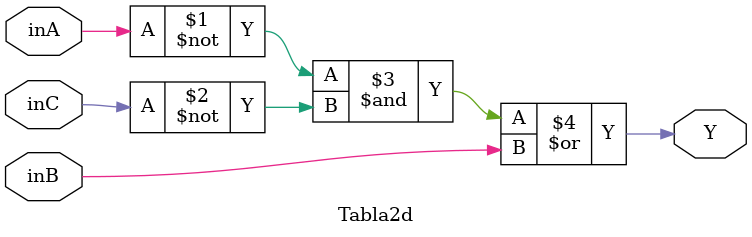
<source format=v>

/* Ejercicio01 Tabla 1 Con gate modelling
Ecuacion a implementar Y = B'C'+ AC + A'C' */

module Tabla1a(input wire inA, inB, inC, output wire Y); 

    wire NA, NB, NC, A1, A2, A3;
    not (NA, inA);
    not (NB, inB);
    not (NC, inC);
    and (A1, NB, NC);
    and (A2, inA, inC);
    and (A3, NA, NC);
    or (Y, A1, A2, A3);

endmodule

/*Ejercicio01 Tabla 2 con Operadores logicos
Funcion a implementar Y = B'*/

module Tabla1b(input wire inA, inB, inC, output wire Y);
    
    assign Y = (~inB);

endmodule 

/*Ejercicio01 Tabla 3 con gate modelling
Funcion a implementar Y = A'B'C'D' + A'B'C*D + A'*B*C'*D 
 + A'*B*C*D' + A*B*C'*D' + A*B*C*D + A*B'*C'*D + A*B'*C*D'*/

module Tabla1c(input wire inA, inB, inC, inD, output wire Y);
    wire NA, NB, NC, ND, A1, A2, A3, A4, A5, A6, A7, A8;
    not (NA, inA);
    not (NB, inB);
    not (NC, inC);
    not (ND, inD);
    and (A1, NA, NB, NC, ND);
    and (A2, NA, NB, inC, inD);
    and (A3, NA, inB, NC, inD);
    and (A4, NA, inB, inC, ND);
    and (A5, inA, inB, NC, ND);
    and (A6, inA, inB, inC, inD);
    and (A7, inA, NB, NC, inD);
    and (A8, inA, NB, inC, ND);
    or (Y, A1, A2, A3, A4, A5, A6, A7, A8);

endmodule

/*Ejercicio01 Tabla 4 con operadores logicos
Ecuacion a implementar Y = A*B + A*C + B'*D'*/

module Tabla1d(input wire inA, inB, inC, inD, output wire Y);
    assign Y = (inA & inB) | (inA & inC) | (~inB & ~inD);

endmodule

/* Ejercicio02 Tabla 1 con gate modelling 
Ecuacion a implementar Y = B'*C'*D' + A*C' + A*B' + A*D' */

module Tabla2a(input wire inA, inB, inC, inD, output wire Y);

    wire NB, NC, ND, A1, A2, A3, A4;

    not (NB, inB);
    not (NC, inC);
    not (ND, inD);
    and (A1, NB, NC, ND);
    and (A2, inA, NC);
    and (A3, inA, NB);
    and (A4, inA, ND);
    or (Y, A1, A2, A3, A4);

endmodule

/* Ejercicio02 Tabla 2 con operadores 
Ecuacion a implementar Y = B' + C */

module Tabla2b(input wire inA, inB, inC, output wire Y);

    assign Y = (~inB) | (inC);

endmodule

/* Ejercicio02 Tabla 3 con gate modelling
Ecuacion a implementar Y = C'*D + B + A*D */

module Tabla2c(input wire inA, inB, inC, inD, output wire Y);

    wire NC, A1, A2;

    not (NC, inC);
    and (A1, NC, inD);
    and (A2, inA, inD);
    or (Y, A1, A2, inB);

endmodule

/* Ejercicio02 Tabla 4 con operadores
Ecuacion a implementar Y = A'*C' + B */

module Tabla2d(input wire inA, inB, inC, output wire Y);

    assign Y = (~inA & ~inC) | (inB);

endmodule
</source>
